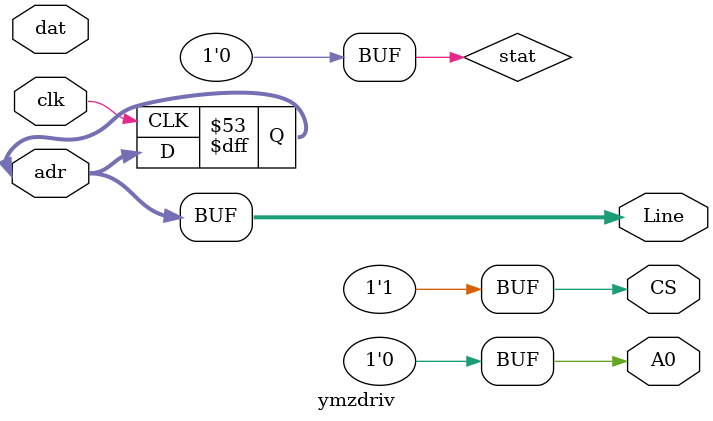
<source format=v>
module ymzdriv (
	input clk,
	input [7:0]adr,
	input [11:0]dat,
	output reg A0,
	output reg CS,
	output reg [7:0] Line
);
reg [11:0] array;
reg stat;
    always@(adr or dat)begin
        A0      <= 1'b0;
        stat    <= 1'b0;
        CS      <= 1'b1;
        Line    <= adr;
    end

    always@(negedge clk)begin
        if(A0==1'b0&&stat==1'b0)        stat <= 1'b1;
        else if(A0==1'b0&&stat==1'b1)begin
            if(CS==0) A0 <= 1'b1;
            CS <= ~CS;
        end
        else if(stat==1'b1)begin
            stat <= CS;
            CS   <= ~CS;
            Line <= dat;
        end
        else {A0, CS, Line} <= {10{1'bz}};
    end
endmodule


</source>
